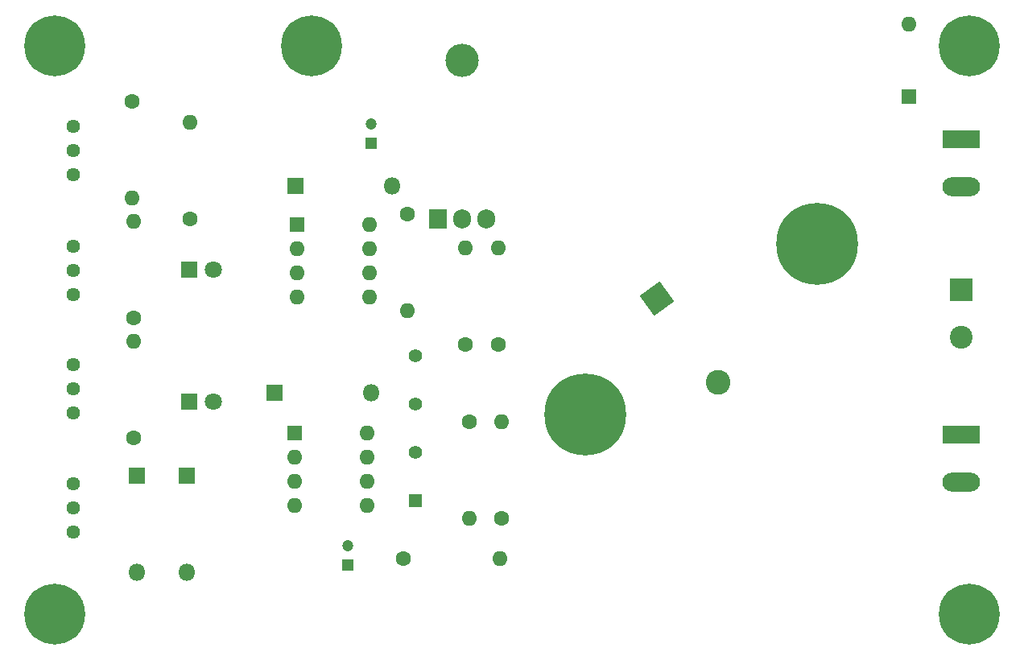
<source format=gbr>
%TF.GenerationSoftware,KiCad,Pcbnew,6.0.11-2627ca5db0~126~ubuntu22.04.1*%
%TF.CreationDate,2023-02-28T16:13:49+01:00*%
%TF.ProjectId,AstaGroeting-A_Spark_of_Passion,41737461-4772-46f6-9574-696e672d415f,rev?*%
%TF.SameCoordinates,Original*%
%TF.FileFunction,Soldermask,Top*%
%TF.FilePolarity,Negative*%
%FSLAX46Y46*%
G04 Gerber Fmt 4.6, Leading zero omitted, Abs format (unit mm)*
G04 Created by KiCad (PCBNEW 6.0.11-2627ca5db0~126~ubuntu22.04.1) date 2023-02-28 16:13:49*
%MOMM*%
%LPD*%
G01*
G04 APERTURE LIST*
G04 Aperture macros list*
%AMRotRect*
0 Rectangle, with rotation*
0 The origin of the aperture is its center*
0 $1 length*
0 $2 width*
0 $3 Rotation angle, in degrees counterclockwise*
0 Add horizontal line*
21,1,$1,$2,0,0,$3*%
G04 Aperture macros list end*
%ADD10C,1.600000*%
%ADD11O,1.600000X1.600000*%
%ADD12O,1.905000X2.000000*%
%ADD13R,1.905000X2.000000*%
%ADD14O,3.500000X3.500000*%
%ADD15R,1.600000X1.600000*%
%ADD16RotRect,2.600000X2.600000X36.000000*%
%ADD17C,2.600000*%
%ADD18C,6.350000*%
%ADD19C,0.800000*%
%ADD20C,6.400000*%
%ADD21R,1.400000X1.400000*%
%ADD22C,1.400000*%
%ADD23R,2.400000X2.400000*%
%ADD24C,2.400000*%
%ADD25R,1.800000X1.800000*%
%ADD26C,1.800000*%
%ADD27O,1.800000X1.800000*%
%ADD28C,8.600000*%
%ADD29C,0.900000*%
%ADD30R,3.960000X1.980000*%
%ADD31O,3.960000X1.980000*%
%ADD32R,1.200000X1.200000*%
%ADD33C,1.200000*%
%ADD34C,1.440000*%
G04 APERTURE END LIST*
D10*
%TO.C,R10*%
X145387500Y-118482500D03*
D11*
X155547500Y-118482500D03*
%TD*%
D10*
%TO.C,R9*%
X152317500Y-104052500D03*
D11*
X152317500Y-114212500D03*
%TD*%
D10*
%TO.C,R8*%
X155717500Y-114212500D03*
D11*
X155717500Y-104052500D03*
%TD*%
D10*
%TO.C,R7*%
X151850000Y-95910000D03*
D11*
X151850000Y-85750000D03*
%TD*%
D10*
%TO.C,R6*%
X155350000Y-95910000D03*
D11*
X155350000Y-85750000D03*
%TD*%
D12*
%TO.C,Q2*%
X154090000Y-82710000D03*
X151550000Y-82710000D03*
D13*
X149010000Y-82710000D03*
D14*
X151550000Y-66050000D03*
%TD*%
D15*
%TO.C,D7*%
X198550000Y-69840000D03*
D11*
X198550000Y-62220000D03*
%TD*%
D15*
%TO.C,U1*%
X134150000Y-83330000D03*
D11*
X134150000Y-85870000D03*
X134150000Y-88410000D03*
X134150000Y-90950000D03*
X141770000Y-90950000D03*
X141770000Y-88410000D03*
X141770000Y-85870000D03*
X141770000Y-83330000D03*
%TD*%
D16*
%TO.C,Q1*%
X172050001Y-91130001D03*
D17*
X178468616Y-99964467D03*
D18*
X164493505Y-103356687D03*
X188925818Y-85605573D03*
%TD*%
D19*
%TO.C,H11*%
X202500000Y-64530000D03*
X207300000Y-64530000D03*
D20*
X204900000Y-64530000D03*
D19*
X206597056Y-66227056D03*
X203202944Y-62832944D03*
X204900000Y-66930000D03*
X203202944Y-66227056D03*
X206597056Y-62832944D03*
X204900000Y-62130000D03*
%TD*%
D21*
%TO.C,K1*%
X146582500Y-112362500D03*
D22*
X146582500Y-107282500D03*
X146582500Y-102202500D03*
X146582500Y-97122500D03*
%TD*%
D19*
%TO.C,H6*%
X134002944Y-66227056D03*
X135700000Y-62130000D03*
X133300000Y-64530000D03*
X134002944Y-62832944D03*
X137397056Y-62832944D03*
D20*
X135700000Y-64530000D03*
D19*
X137397056Y-66227056D03*
X138100000Y-64530000D03*
X135700000Y-66930000D03*
%TD*%
D23*
%TO.C,C1*%
X204000000Y-90164785D03*
D24*
X204000000Y-95164785D03*
%TD*%
D25*
%TO.C,D1*%
X122815000Y-101980000D03*
D26*
X125355000Y-101980000D03*
%TD*%
D25*
%TO.C,D5*%
X133970000Y-79280000D03*
D27*
X144130000Y-79280000D03*
%TD*%
D25*
%TO.C,D3*%
X122600000Y-109750000D03*
D27*
X122600000Y-119910000D03*
%TD*%
D28*
%TO.C,H7*%
X188900000Y-85380000D03*
D29*
X186619581Y-83099581D03*
X191180419Y-87660419D03*
X188900000Y-82155000D03*
X192125000Y-85380000D03*
X186619581Y-87660419D03*
X191180419Y-83099581D03*
X185675000Y-85380000D03*
X188900000Y-88605000D03*
%TD*%
D30*
%TO.C,J1*%
X204000000Y-74315000D03*
D31*
X204000000Y-79315000D03*
%TD*%
D19*
%TO.C,H9*%
X206597056Y-125977056D03*
D20*
X204900000Y-124280000D03*
D19*
X202500000Y-124280000D03*
X206597056Y-122582944D03*
X207300000Y-124280000D03*
X203202944Y-122582944D03*
X204900000Y-126680000D03*
X204900000Y-121880000D03*
X203202944Y-125977056D03*
%TD*%
%TO.C,H3*%
X108700000Y-62130000D03*
X107002944Y-62832944D03*
X106300000Y-64530000D03*
X108700000Y-66930000D03*
X107002944Y-66227056D03*
X110397056Y-66227056D03*
D20*
X108700000Y-64530000D03*
D19*
X110397056Y-62832944D03*
X111100000Y-64530000D03*
%TD*%
D32*
%TO.C,C3*%
X139500000Y-119102600D03*
D33*
X139500000Y-117102600D03*
%TD*%
D10*
%TO.C,R3*%
X117000000Y-105780000D03*
D11*
X117000000Y-95620000D03*
%TD*%
D10*
%TO.C,R1*%
X116950000Y-93110000D03*
D11*
X116950000Y-82950000D03*
%TD*%
D25*
%TO.C,D4*%
X131820000Y-101030000D03*
D27*
X141980000Y-101030000D03*
%TD*%
D30*
%TO.C,J2*%
X204000000Y-105415000D03*
D31*
X204000000Y-110415000D03*
%TD*%
D10*
%TO.C,R2*%
X116850000Y-70400000D03*
D11*
X116850000Y-80560000D03*
%TD*%
D25*
%TO.C,D2*%
X117300000Y-109750000D03*
D27*
X117300000Y-119910000D03*
%TD*%
D25*
%TO.C,D6*%
X122820000Y-88030000D03*
D26*
X125360000Y-88030000D03*
%TD*%
D10*
%TO.C,R4*%
X122950000Y-82710000D03*
D11*
X122950000Y-72550000D03*
%TD*%
D32*
%TO.C,C2*%
X142000000Y-74752600D03*
D33*
X142000000Y-72752600D03*
%TD*%
D19*
%TO.C,H10*%
X107002944Y-122582944D03*
X110397056Y-125977056D03*
X106300000Y-124280000D03*
X110397056Y-122582944D03*
X111100000Y-124280000D03*
X107002944Y-125977056D03*
X108700000Y-121880000D03*
D20*
X108700000Y-124280000D03*
D19*
X108700000Y-126680000D03*
%TD*%
D15*
%TO.C,U2*%
X133900000Y-105230000D03*
D11*
X133900000Y-107770000D03*
X133900000Y-110310000D03*
X133900000Y-112850000D03*
X141520000Y-112850000D03*
X141520000Y-110310000D03*
X141520000Y-107770000D03*
X141520000Y-105230000D03*
%TD*%
D10*
%TO.C,R5*%
X145750000Y-82250000D03*
D11*
X145750000Y-92410000D03*
%TD*%
D29*
%TO.C,H8*%
X166756100Y-105630501D03*
D28*
X164475681Y-103350082D03*
D29*
X162195262Y-105630501D03*
X164475681Y-106575082D03*
X162195262Y-101069663D03*
X166756100Y-101069663D03*
X161250681Y-103350082D03*
X164475681Y-100125082D03*
X167700681Y-103350082D03*
%TD*%
D34*
%TO.C,RV4*%
X110650000Y-98030000D03*
X110650000Y-100570000D03*
X110650000Y-103110000D03*
%TD*%
%TO.C,RV3*%
X110650000Y-72980000D03*
X110650000Y-75520000D03*
X110650000Y-78060000D03*
%TD*%
%TO.C,RV2*%
X110650000Y-110630000D03*
X110650000Y-113170000D03*
X110650000Y-115710000D03*
%TD*%
%TO.C,RV1*%
X110650000Y-85580000D03*
X110650000Y-88120000D03*
X110650000Y-90660000D03*
%TD*%
M02*

</source>
